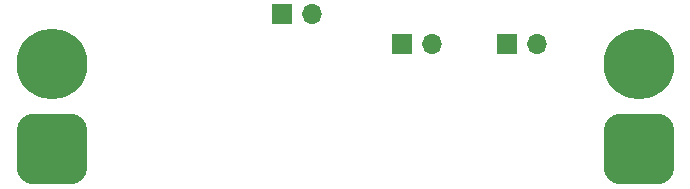
<source format=gbs>
%TF.GenerationSoftware,KiCad,Pcbnew,7.0.2*%
%TF.CreationDate,2023-08-24T13:31:51-07:00*%
%TF.ProjectId,Current Sense Standalone,43757272-656e-4742-9053-656e73652053,rev?*%
%TF.SameCoordinates,Original*%
%TF.FileFunction,Soldermask,Bot*%
%TF.FilePolarity,Negative*%
%FSLAX46Y46*%
G04 Gerber Fmt 4.6, Leading zero omitted, Abs format (unit mm)*
G04 Created by KiCad (PCBNEW 7.0.2) date 2023-08-24 13:31:51*
%MOMM*%
%LPD*%
G01*
G04 APERTURE LIST*
G04 Aperture macros list*
%AMRoundRect*
0 Rectangle with rounded corners*
0 $1 Rounding radius*
0 $2 $3 $4 $5 $6 $7 $8 $9 X,Y pos of 4 corners*
0 Add a 4 corners polygon primitive as box body*
4,1,4,$2,$3,$4,$5,$6,$7,$8,$9,$2,$3,0*
0 Add four circle primitives for the rounded corners*
1,1,$1+$1,$2,$3*
1,1,$1+$1,$4,$5*
1,1,$1+$1,$6,$7*
1,1,$1+$1,$8,$9*
0 Add four rect primitives between the rounded corners*
20,1,$1+$1,$2,$3,$4,$5,0*
20,1,$1+$1,$4,$5,$6,$7,0*
20,1,$1+$1,$6,$7,$8,$9,0*
20,1,$1+$1,$8,$9,$2,$3,0*%
G04 Aperture macros list end*
%ADD10C,6.000000*%
%ADD11RoundRect,1.500000X1.500000X-1.500000X1.500000X1.500000X-1.500000X1.500000X-1.500000X-1.500000X0*%
%ADD12O,1.700000X1.700000*%
%ADD13R,1.700000X1.700000*%
G04 APERTURE END LIST*
D10*
X68344045Y-22010000D03*
D11*
X68344045Y-29210000D03*
D12*
X50800000Y-20320000D03*
D13*
X48260000Y-20320000D03*
D12*
X40640000Y-17780000D03*
D13*
X38100000Y-17780000D03*
D10*
X18650936Y-22010000D03*
D11*
X18650936Y-29210000D03*
D12*
X59690000Y-20320000D03*
D13*
X57150000Y-20320000D03*
M02*

</source>
